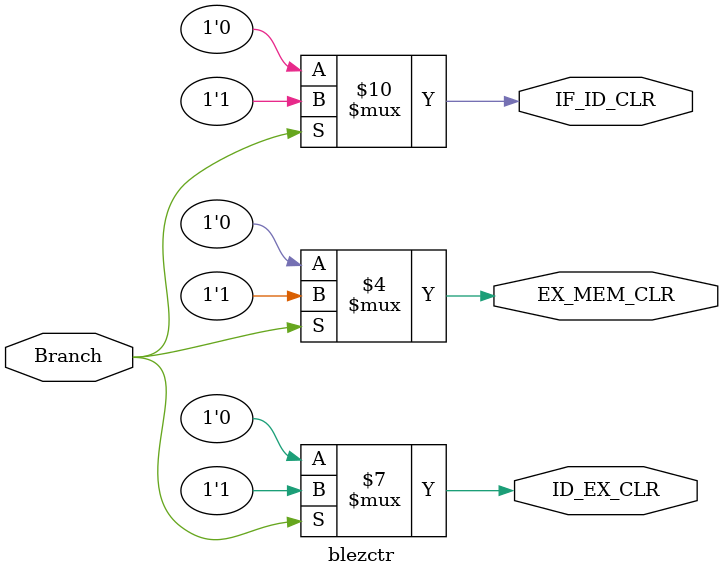
<source format=v>
module MainCtr(Inst, ExtOp, ALUSrc, RegDst, MemWr, RegWr, RegWr_4, RegWr_3, RegWr_2, RegWr_1, MemtoReg, Branch, Jump, l_r, lorr, ALUop, shift, OVSel);
	input [31:0] Inst;
	output reg ExtOp, ALUSrc, RegDst, MemWr, RegWr, RegWr_4, RegWr_3, RegWr_2, RegWr_1, MemtoReg, Branch, Jump, l_r, lorr, OVSel;
	output reg [3:0] ALUop;
	output reg [4:0] shift;
	
	always @(*)
	begin					
		case (Inst[31:26])
			6'b000000:
			begin		
				ExtOp = 0;
				ALUSrc = 0;
				RegDst = 1;
				MemWr = 0;
				RegWr = 1;
				RegWr_4 = 1;
				RegWr_3 = 1;
				RegWr_2 = 1;
				RegWr_1 = 1;	
				MemtoReg = 1;
				Branch = 0;
				Jump = 0;	
				lorr = 0;
				shift = 0;		
				case (Inst[5:0])
					6'b100000://add
					begin
						OVSel = 1;
						l_r = 0;
						ALUop = 0;
					end
					6'b100001://addu
					begin
						OVSel = 0;
						l_r = 0;
						ALUop = 0;
					end
					6'b100010://sub
					begin
						OVSel = 1;
						l_r = 0;
						ALUop = 1;
					end
					6'b100011://subu
					begin
						OVSel = 0;
						l_r = 0;
						ALUop = 1;
					end
					6'b100111://nor
					begin
						OVSel = 0;
						l_r = 0;
						ALUop = 8;
					end
					6'b101010://slt
					begin
						OVSel = 0;
						l_r = 0;
						ALUop = 4'b0101;
					end
					6'b101011://sltu
					begin
						OVSel = 0;
						l_r = 0;
						ALUop = 4'b0111;
					end
					6'b000100://sllv
					begin
						OVSel = 0;
						l_r = 1;
						ALUop = 4'b1011;
					end
					6'b000011://sra
					begin
						OVSel = 0;
						l_r = 0;
						ALUop = 4'b1010;
					end
				endcase
			end
			6'b011100:
			begin
				ExtOp = 0;
				ALUSrc = 0;
				RegDst = 1;
				MemWr = 0;
				RegWr = 1;
				RegWr_4 = 1;
				RegWr_3 = 1;
				RegWr_2 = 1;
				RegWr_1 = 1;	
				MemtoReg = 1;
				Branch = 0;
				Jump = 0;	
				lorr = 0;
				shift = 0;	
				case (Inst[5:0])
					6'b100001://clo
					begin
						OVSel = 0;
						l_r = 0;
						ALUop = 3;
					end
					6'b100000://clz
					begin
						OVSel = 0;
						l_r = 0;
						ALUop = 2;
					end
				endcase
			end
			6'b001000://addi
			begin
				ExtOp = 1;
				ALUSrc = 1;
				RegDst = 0;
				MemWr = 0;
				RegWr = 1;
				RegWr_4 = 1;
				RegWr_3 = 1;
				RegWr_2 = 1;
				RegWr_1 = 1;
				MemtoReg = 1;
				Branch = 0;
				Jump = 0;
				l_r = 0;
				lorr = 0;
				OVSel = 1;
				ALUop = 0;
				shift = 0;
			end
			6'b001001://addiu
			begin
				ExtOp = 1;
				ALUSrc = 1;
				RegDst = 0;
				MemWr = 0;
				RegWr = 1;
				RegWr_4 = 1;
				RegWr_3 = 1;
				RegWr_2 = 1;
				RegWr_1 = 1;
				MemtoReg = 1;
				Branch = 0;
				Jump = 0;
				l_r = 0;
				lorr = 0;
				OVSel = 0;
				ALUop = 0;
				shift = 0;
			end	
			6'b001110://xori
			begin
				ExtOp = 0;
				ALUSrc = 1;
				RegDst = 0;
				MemWr = 0;
				RegWr = 1;
				RegWr_4 = 1;
				RegWr_3 = 1;
				RegWr_2 = 1;
				RegWr_1 = 1;
				MemtoReg = 1;
				Branch = 0;
				Jump = 0;
				l_r = 0;
				lorr = 0;
				OVSel = 0;
				ALUop = 4'b1001;
				shift = 0;
			end	
			6'b001010://slti
			begin
				ExtOp = 1;
				ALUSrc = 1;
				RegDst = 0;
				MemWr = 0;
				RegWr = 1;
				RegWr_4 = 1;
				RegWr_3 = 1;
				RegWr_2 = 1;
				RegWr_1 = 1;
				MemtoReg = 1;
				Branch = 0;
				Jump = 0;
				l_r = 0;
				lorr = 0;
				OVSel = 0;
				ALUop = 4'b0101;
				shift = 0;
			end	
			6'b001011://sltiu
			begin
				ExtOp = 1;
				ALUSrc = 1;
				RegDst = 0;
				MemWr = 0;
				RegWr = 1;
				RegWr_4 = 1;
				RegWr_3 = 1;
				RegWr_2 = 1;
				RegWr_1 = 1;
				MemtoReg = 1;
				Branch = 0;
				Jump = 0;
				l_r = 0;
				lorr = 0;
				OVSel = 0;
				ALUop = 4'b0111;
				shift = 0;
			end	
			6'b100010://lwl
			begin
				ExtOp = 0;
				ALUSrc = 1;
				RegDst = 0;
				MemWr = 0;
				RegWr = 1;
				MemtoReg = 0;
				Branch = 0;
				Jump = 0;
				l_r = 0;
				lorr = 1;
				OVSel = 0;
				ALUop = 4'b0100;
				case (Inst[15:0])
					0:
					begin
						RegWr_1 = 0;
						RegWr_2 = 0;
						RegWr_3 = 0;
						RegWr_4 = 1;
						shift = 5'b11000;
					end
					1:
					begin
						RegWr_1 = 0;
						RegWr_2 = 0;
						RegWr_3 = 1;
						RegWr_4 = 1;
						shift = 5'b10000;
					end
					2:
					begin
						RegWr_1 = 0;
						RegWr_2 = 1;
						RegWr_3 = 1;
						RegWr_4 = 1;
						shift = 5'b01000;
					end
					3:
					begin
						RegWr_1 = 1;
						RegWr_2 = 1;
						RegWr_3 = 1;
						RegWr_4 = 1;
						shift = 5'b00000;
					end	
				endcase
			end
			6'b100110://lwr
			begin
				ExtOp = 0;
				ALUSrc = 1;
				RegDst = 0;
				MemWr = 0;
				RegWr = 1;
				MemtoReg = 0;
				Branch = 0;
				Jump = 0;
				l_r = 0;
				lorr = 0;
				OVSel = 0;
				ALUop = 4'b0100;
				case (Inst[15:0])
					0:
					begin
						RegWr_1 = 1;
						RegWr_2 = 1;
						RegWr_3 = 1;
						RegWr_4 = 1;
						shift = 5'b00000;
					end
					1:
					begin
						RegWr_1 = 1;
						RegWr_2 = 1;
						RegWr_3 = 1;
						RegWr_4 = 0;
						shift = 5'b01000;
					end
					2:
					begin
						RegWr_1 = 1;
						RegWr_2 = 1;
						RegWr_3 = 0;
						RegWr_4 = 0;
						shift = 5'b10000;
					end
					3:
					begin
						RegWr_1 = 1;
						RegWr_2 = 0;
						RegWr_3 = 0;
						RegWr_4 = 0;
						shift = 5'b11000;
					end	
				endcase
			end
			6'b100011://lw
			begin
				ExtOp = 1;
				ALUSrc = 1;
				RegDst = 0;
				MemWr = 0;
				RegWr = 1;
				RegWr_4 = 1;
				RegWr_3 = 1;
				RegWr_2 = 1;
				RegWr_1 = 1;
				MemtoReg = 0;
				Branch = 0;
				Jump = 0;
				l_r = 0;
				lorr = 0;
				OVSel = 0;
				ALUop = 4'b0000;
				shift = 0;	
			end
			6'b101011://sw
			begin
				ExtOp = 1;
				ALUSrc = 1;
				RegDst = 0;
				MemWr = 1;
				RegWr = 0;
				RegWr_4 = 1;
				RegWr_3 = 1;
				RegWr_2 = 1;
				RegWr_1 = 1;
				MemtoReg = 1;
				Branch = 0;
				Jump = 0;
				l_r = 0;
				lorr = 0;
				OVSel = 0;
				ALUop = 4'b0000;
				shift = 0;	
			end	
			6'b000110://blez
			begin
				ExtOp = 1;
				ALUSrc = 0;
				RegDst = 0;
				MemWr = 0;
				RegWr = 0;
				RegWr_4 = 1;
				RegWr_3 = 1;
				RegWr_2 = 1;
				RegWr_1 = 1;
				MemtoReg = 1;
				Branch = 1;
				Jump = 0;
				l_r = 0;
				lorr = 0;
				OVSel = 0;
				ALUop = 4'b0001;
				shift = 0;	
			end	
			6'b000010:
			begin
				ExtOp = 1;
				ALUSrc = 1;
				RegDst = 0;
				MemWr = 0;
				RegWr = 0;
				RegWr_4 = 1;
				RegWr_3 = 1;
				RegWr_2 = 1;
				RegWr_1 = 1;
				MemtoReg = 1;
				Branch = 0;
				Jump = 1;
				l_r = 0;
				lorr = 0;
				OVSel = 0;
				ALUop = 4'b0000;
				shift = 0;	
			end			
		endcase
		if(Inst == 0)
		begin
			ExtOp = 0;
			ALUSrc = 0;
			RegDst = 0;
			MemWr = 0;
			RegWr = 0;
			RegWr_4 = 0;
			RegWr_3 = 0;
			RegWr_2 = 0;
			RegWr_1 = 0;	
			MemtoReg = 0;
			Branch = 0;
			Jump = 0;	
			lorr = 0;
			shift = 0;	
			OVSel = 0;
			l_r = 0;
			ALUop = 0;	
		end	
	end
	
endmodule

module MUX2_32b(a, b, signal, f);
	input [31:0] a;
	input [31:0] b;
	input signal;
	output reg [31:0] f;
	
	always @(*)
	begin
		if(signal == 1)
			f = a;
		else
			f = b;
	end
	
endmodule

module MUX2_5b(a, b, signal, f);
	input [4:0] a;
	input [4:0] b;
	input signal;
	output reg [4:0] f;
	
	always @(*)
	begin
		if(signal == 1)
			f = a;
		else
			f = b;
	end
	
endmodule

module MUX2_1b(a, b, signal, f);
	input a;
	input b;
	input signal;
	output reg f;
	
	always @(*)
	begin
		if(signal == 1)
			f = a;
		else
			f = b;
	end
	
endmodule

module MUX3_32b(a, b, c, signal, f);
	input [31:0] a, b, c;
	input [1:0] signal;
	output reg [31:0] f;
	
	always @(*)
	begin
		case (signal)
			0: f = a;
			1: f = b;
			2: f = c;
		endcase
	end
endmodule

module MUX4_32b(a, b, c, d, signal, f);
	input [31:0] a, b, c, d;
	input [1:0] signal;
	output reg [31:0] f;
	
	always @(*)
	begin
		case (signal)
			0: f = a;
			1: f = b;
			2: f = c;
			3: f = d;
		endcase
	end
endmodule

module trans(d_Mem, d_Wr, rs, rt, RegWr_Mem, RegWr_Wr, ALUSrc, ALUSrcA, ALUSrcB);
	input [4:0] d_Mem, d_Wr, rs, rt;
	input RegWr_Mem, RegWr_Wr, ALUSrc;
	output reg [1:0] ALUSrcA, ALUSrcB;
	
	always @(*)
	begin
		if(RegWr_Mem == 1 && d_Mem == rs)
			ALUSrcA = 1;
		else if(RegWr_Wr == 1 && d_Wr == rs)
			ALUSrcA = 2;
		else
			ALUSrcA = 0;
		if(ALUSrc == 1)
			ALUSrcB = 3;		
		else if(RegWr_Mem == 1 && d_Mem == rt)
			ALUSrcB = 1;
		else if(RegWr_Wr == 1 && d_Wr == rt)
			ALUSrcB = 2;
		else
			ALUSrcB = 0;
	end
endmodule

module jumpctr(Jump, IF_ID_CLR, ID_EX_CLR);
	input Jump;
	output reg IF_ID_CLR, ID_EX_CLR;
	
	always @(*)
	begin
		if(Jump == 1)
		begin
			IF_ID_CLR = 1;
			ID_EX_CLR = 1;
		end
		else
		begin
			IF_ID_CLR = 0;
			ID_EX_CLR = 0;
		end
	end
endmodule

module blezctr(Branch, IF_ID_CLR, ID_EX_CLR, EX_MEM_CLR);
	input Branch;
	output reg IF_ID_CLR, ID_EX_CLR, EX_MEM_CLR;
	
	always @(*)
	begin
		if(Branch == 1)
		begin
			IF_ID_CLR = 1;
			ID_EX_CLR = 1;
			EX_MEM_CLR = 1;
		end
		else
		begin
			IF_ID_CLR = 0;
			ID_EX_CLR = 0;
			EX_MEM_CLR = 0;
		end
	end
endmodule
		
</source>
